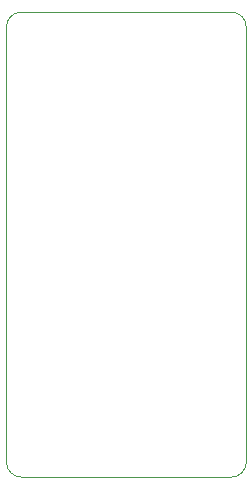
<source format=gbr>
G04 #@! TF.GenerationSoftware,KiCad,Pcbnew,(5.1.2)-2*
G04 #@! TF.CreationDate,2019-08-05T00:07:49-07:00*
G04 #@! TF.ProjectId,Pi LED and FAN,5069204c-4544-4206-916e-642046414e2e,rev?*
G04 #@! TF.SameCoordinates,Original*
G04 #@! TF.FileFunction,Profile,NP*
%FSLAX46Y46*%
G04 Gerber Fmt 4.6, Leading zero omitted, Abs format (unit mm)*
G04 Created by KiCad (PCBNEW (5.1.2)-2) date 2019-08-05 00:07:49*
%MOMM*%
%LPD*%
G04 APERTURE LIST*
%ADD10C,0.050000*%
G04 APERTURE END LIST*
D10*
X139700000Y-114300000D02*
G75*
G02X138430000Y-115570000I-1270000J0D01*
G01*
X120650000Y-115570000D02*
G75*
G02X119380000Y-114300000I0J1270000D01*
G01*
X119380000Y-77470000D02*
G75*
G02X120650000Y-76200000I1270000J0D01*
G01*
X138430000Y-76200000D02*
G75*
G02X139700000Y-77470000I0J-1270000D01*
G01*
X120650000Y-76200000D02*
X138430000Y-76200000D01*
X119380000Y-114300000D02*
X119380000Y-77470000D01*
X138430000Y-115570000D02*
X120650000Y-115570000D01*
X139700000Y-77470000D02*
X139700000Y-114300000D01*
M02*

</source>
